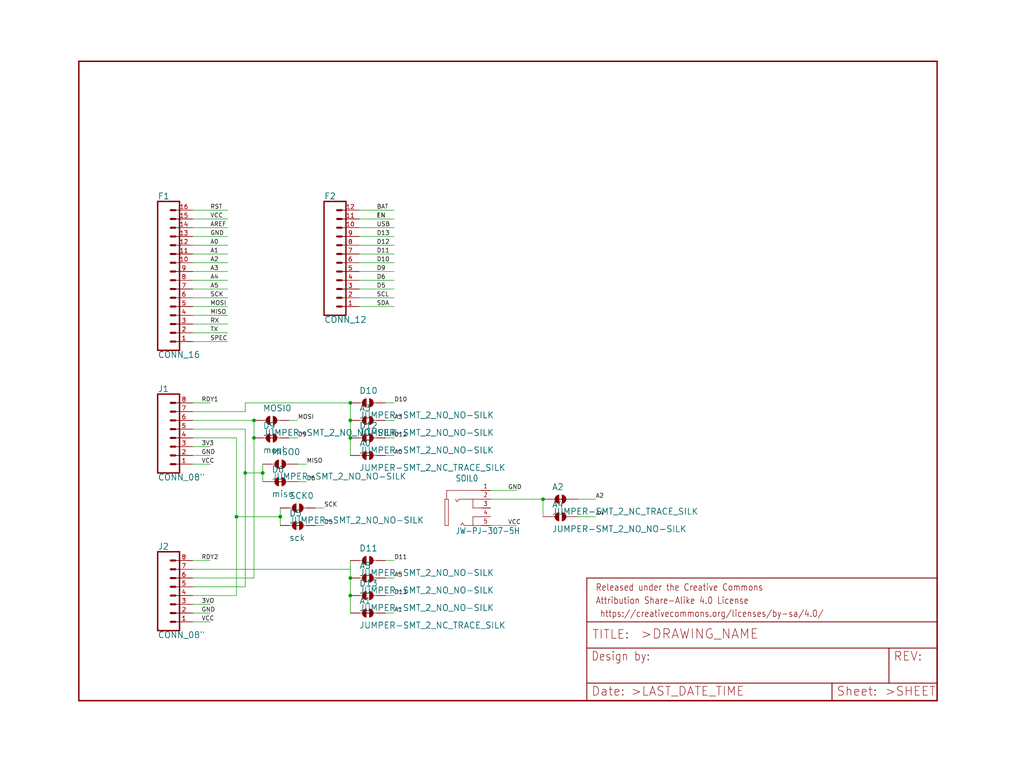
<source format=kicad_sch>
(kicad_sch (version 20220622) (generator eeschema)
  (paper "User" 297.002 223.926)
  (lib_symbols
    (symbol "MAX31865-eagle-import:CONN_08{dblquote}"
      (property "Reference" "J" (at -5.08 13.208 0))
      (property "Value" "CONN_08{dblquote}" (at -5.08 -12.446 0))
      (symbol "CONN_08{dblquote}_1_0"
        (polyline (pts (xy -5.08 12.7) (xy -5.08 -10.16)) (stroke (width 0.4064)))
        (polyline (pts (xy -5.08 12.7) (xy 1.27 12.7)) (stroke (width 0.4064)))
        (polyline (pts (xy -1.27 -7.62) (xy 0 -7.62)) (stroke (width 0.6096)))
        (polyline (pts (xy -1.27 -5.08) (xy 0 -5.08)) (stroke (width 0.6096)))
        (polyline (pts (xy -1.27 -2.54) (xy 0 -2.54)) (stroke (width 0.6096)))
        (polyline (pts (xy -1.27 0) (xy 0 0)) (stroke (width 0.6096)))
        (polyline (pts (xy -1.27 2.54) (xy 0 2.54)) (stroke (width 0.6096)))
        (polyline (pts (xy -1.27 5.08) (xy 0 5.08)) (stroke (width 0.6096)))
        (polyline (pts (xy -1.27 7.62) (xy 0 7.62)) (stroke (width 0.6096)))
        (polyline (pts (xy -1.27 10.16) (xy 0 10.16)) (stroke (width 0.6096)))
        (polyline (pts (xy 1.27 -10.16) (xy -5.08 -10.16)) (stroke (width 0.4064)))
        (polyline (pts (xy 1.27 -10.16) (xy 1.27 12.7)) (stroke (width 0.4064)))
        (pin passive line (at 5.08 -7.62 180) (length 5.08) (name "1") (number "1"))
        (pin passive line (at 5.08 -5.08 180) (length 5.08) (name "2") (number "2"))
        (pin passive line (at 5.08 -2.54 180) (length 5.08) (name "3") (number "3"))
        (pin passive line (at 5.08 0 180) (length 5.08) (name "4") (number "4"))
        (pin passive line (at 5.08 2.54 180) (length 5.08) (name "5") (number "5"))
        (pin passive line (at 5.08 5.08 180) (length 5.08) (name "6") (number "6"))
        (pin passive line (at 5.08 7.62 180) (length 5.08) (name "7") (number "7"))
        (pin passive line (at 5.08 10.16 180) (length 5.08) (name "8") (number "8"))
      )
    )
    (symbol "MAX31865-eagle-import:CONN_12"
      (property "Reference" "J" (at 0 15.748 0))
      (property "Value" "CONN_12" (at 0 -20.066 0))
      (symbol "CONN_12_1_0"
        (polyline (pts (xy 0 15.24) (xy 0 -17.78)) (stroke (width 0.4064)))
        (polyline (pts (xy 0 15.24) (xy 6.35 15.24)) (stroke (width 0.4064)))
        (polyline (pts (xy 3.81 -15.24) (xy 5.08 -15.24)) (stroke (width 0.6096)))
        (polyline (pts (xy 3.81 -12.7) (xy 5.08 -12.7)) (stroke (width 0.6096)))
        (polyline (pts (xy 3.81 -10.16) (xy 5.08 -10.16)) (stroke (width 0.6096)))
        (polyline (pts (xy 3.81 -7.62) (xy 5.08 -7.62)) (stroke (width 0.6096)))
        (polyline (pts (xy 3.81 -5.08) (xy 5.08 -5.08)) (stroke (width 0.6096)))
        (polyline (pts (xy 3.81 -2.54) (xy 5.08 -2.54)) (stroke (width 0.6096)))
        (polyline (pts (xy 3.81 0) (xy 5.08 0)) (stroke (width 0.6096)))
        (polyline (pts (xy 3.81 2.54) (xy 5.08 2.54)) (stroke (width 0.6096)))
        (polyline (pts (xy 3.81 5.08) (xy 5.08 5.08)) (stroke (width 0.6096)))
        (polyline (pts (xy 3.81 7.62) (xy 5.08 7.62)) (stroke (width 0.6096)))
        (polyline (pts (xy 3.81 10.16) (xy 5.08 10.16)) (stroke (width 0.6096)))
        (polyline (pts (xy 3.81 12.7) (xy 5.08 12.7)) (stroke (width 0.6096)))
        (polyline (pts (xy 6.35 -17.78) (xy 0 -17.78)) (stroke (width 0.4064)))
        (polyline (pts (xy 6.35 -17.78) (xy 6.35 15.24)) (stroke (width 0.4064)))
        (pin passive line (at 10.16 -15.24 180) (length 5.08) (name "1") (number "1"))
        (pin passive line (at 10.16 7.62 180) (length 5.08) (name "10") (number "10"))
        (pin passive line (at 10.16 10.16 180) (length 5.08) (name "11") (number "11"))
        (pin passive line (at 10.16 12.7 180) (length 5.08) (name "12") (number "12"))
        (pin passive line (at 10.16 -12.7 180) (length 5.08) (name "2") (number "2"))
        (pin passive line (at 10.16 -10.16 180) (length 5.08) (name "3") (number "3"))
        (pin passive line (at 10.16 -7.62 180) (length 5.08) (name "4") (number "4"))
        (pin passive line (at 10.16 -5.08 180) (length 5.08) (name "5") (number "5"))
        (pin passive line (at 10.16 -2.54 180) (length 5.08) (name "6") (number "6"))
        (pin passive line (at 10.16 0 180) (length 5.08) (name "7") (number "7"))
        (pin passive line (at 10.16 2.54 180) (length 5.08) (name "8") (number "8"))
        (pin passive line (at 10.16 5.08 180) (length 5.08) (name "9") (number "9"))
      )
    )
    (symbol "MAX31865-eagle-import:CONN_16"
      (property "Reference" "J" (at 0 20.828 0))
      (property "Value" "CONN_16" (at 0 -25.146 0))
      (symbol "CONN_16_1_0"
        (polyline (pts (xy 0 20.32) (xy 0 -22.86)) (stroke (width 0.4064)))
        (polyline (pts (xy 0 20.32) (xy 6.35 20.32)) (stroke (width 0.4064)))
        (polyline (pts (xy 3.81 -20.32) (xy 5.08 -20.32)) (stroke (width 0.6096)))
        (polyline (pts (xy 3.81 -17.78) (xy 5.08 -17.78)) (stroke (width 0.6096)))
        (polyline (pts (xy 3.81 -15.24) (xy 5.08 -15.24)) (stroke (width 0.6096)))
        (polyline (pts (xy 3.81 -12.7) (xy 5.08 -12.7)) (stroke (width 0.6096)))
        (polyline (pts (xy 3.81 -10.16) (xy 5.08 -10.16)) (stroke (width 0.6096)))
        (polyline (pts (xy 3.81 -7.62) (xy 5.08 -7.62)) (stroke (width 0.6096)))
        (polyline (pts (xy 3.81 -5.08) (xy 5.08 -5.08)) (stroke (width 0.6096)))
        (polyline (pts (xy 3.81 -2.54) (xy 5.08 -2.54)) (stroke (width 0.6096)))
        (polyline (pts (xy 3.81 0) (xy 5.08 0)) (stroke (width 0.6096)))
        (polyline (pts (xy 3.81 2.54) (xy 5.08 2.54)) (stroke (width 0.6096)))
        (polyline (pts (xy 3.81 5.08) (xy 5.08 5.08)) (stroke (width 0.6096)))
        (polyline (pts (xy 3.81 7.62) (xy 5.08 7.62)) (stroke (width 0.6096)))
        (polyline (pts (xy 3.81 10.16) (xy 5.08 10.16)) (stroke (width 0.6096)))
        (polyline (pts (xy 3.81 12.7) (xy 5.08 12.7)) (stroke (width 0.6096)))
        (polyline (pts (xy 3.81 15.24) (xy 5.08 15.24)) (stroke (width 0.6096)))
        (polyline (pts (xy 3.81 17.78) (xy 5.08 17.78)) (stroke (width 0.6096)))
        (polyline (pts (xy 6.35 -22.86) (xy 0 -22.86)) (stroke (width 0.4064)))
        (polyline (pts (xy 6.35 -22.86) (xy 6.35 20.32)) (stroke (width 0.4064)))
        (pin passive line (at 10.16 -20.32 180) (length 5.08) (name "1") (number "1"))
        (pin passive line (at 10.16 2.54 180) (length 5.08) (name "10") (number "10"))
        (pin passive line (at 10.16 5.08 180) (length 5.08) (name "11") (number "11"))
        (pin passive line (at 10.16 7.62 180) (length 5.08) (name "12") (number "12"))
        (pin passive line (at 10.16 10.16 180) (length 5.08) (name "13") (number "13"))
        (pin passive line (at 10.16 12.7 180) (length 5.08) (name "14") (number "14"))
        (pin passive line (at 10.16 15.24 180) (length 5.08) (name "15") (number "15"))
        (pin passive line (at 10.16 17.78 180) (length 5.08) (name "16") (number "16"))
        (pin passive line (at 10.16 -17.78 180) (length 5.08) (name "2") (number "2"))
        (pin passive line (at 10.16 -15.24 180) (length 5.08) (name "3") (number "3"))
        (pin passive line (at 10.16 -12.7 180) (length 5.08) (name "4") (number "4"))
        (pin passive line (at 10.16 -10.16 180) (length 5.08) (name "5") (number "5"))
        (pin passive line (at 10.16 -7.62 180) (length 5.08) (name "6") (number "6"))
        (pin passive line (at 10.16 -5.08 180) (length 5.08) (name "7") (number "7"))
        (pin passive line (at 10.16 -2.54 180) (length 5.08) (name "8") (number "8"))
        (pin passive line (at 10.16 0 180) (length 5.08) (name "9") (number "9"))
      )
    )
    (symbol "MAX31865-eagle-import:FRAME-LETTER"
      (symbol "FRAME-LETTER_1_0"
        (polyline (pts (xy 0 0) (xy 248.92 0)) (stroke (width 0.4064)))
        (polyline (pts (xy 0 185.42) (xy 0 0)) (stroke (width 0.4064)))
        (polyline (pts (xy 0 185.42) (xy 248.92 185.42)) (stroke (width 0.4064)))
        (polyline (pts (xy 248.92 185.42) (xy 248.92 0)) (stroke (width 0.4064)))
      )
      (symbol "FRAME-LETTER_2_0"
        (polyline (pts (xy 0 0) (xy 0 5.08)) (stroke (width 0.254)))
        (polyline (pts (xy 0 0) (xy 71.12 0)) (stroke (width 0.254)))
        (polyline (pts (xy 0 5.08) (xy 0 15.24)) (stroke (width 0.254)))
        (polyline (pts (xy 0 5.08) (xy 71.12 5.08)) (stroke (width 0.254)))
        (polyline (pts (xy 0 15.24) (xy 0 22.86)) (stroke (width 0.254)))
        (polyline (pts (xy 0 22.86) (xy 0 35.56)) (stroke (width 0.254)))
        (polyline (pts (xy 0 22.86) (xy 101.6 22.86)) (stroke (width 0.254)))
        (polyline (pts (xy 71.12 0) (xy 101.6 0)) (stroke (width 0.254)))
        (polyline (pts (xy 71.12 5.08) (xy 71.12 0)) (stroke (width 0.254)))
        (polyline (pts (xy 71.12 5.08) (xy 87.63 5.08)) (stroke (width 0.254)))
        (polyline (pts (xy 87.63 5.08) (xy 101.6 5.08)) (stroke (width 0.254)))
        (polyline (pts (xy 87.63 15.24) (xy 0 15.24)) (stroke (width 0.254)))
        (polyline (pts (xy 87.63 15.24) (xy 87.63 5.08)) (stroke (width 0.254)))
        (polyline (pts (xy 101.6 5.08) (xy 101.6 0)) (stroke (width 0.254)))
        (polyline (pts (xy 101.6 15.24) (xy 87.63 15.24)) (stroke (width 0.254)))
        (polyline (pts (xy 101.6 15.24) (xy 101.6 5.08)) (stroke (width 0.254)))
        (polyline (pts (xy 101.6 22.86) (xy 101.6 15.24)) (stroke (width 0.254)))
        (polyline (pts (xy 101.6 35.56) (xy 0 35.56)) (stroke (width 0.254)))
        (polyline (pts (xy 101.6 35.56) (xy 101.6 22.86)) (stroke (width 0.254)))
        (text " https://creativecommons.org/licenses/by-sa/4.0/" (at 2.54 24.13 0) (effects (font (size 1.9304 1.6408)) (justify left bottom)))
        (text ">DRAWING_NAME" (at 15.494 17.78 0) (effects (font (size 2.7432 2.7432)) (justify left bottom)))
        (text ">LAST_DATE_TIME" (at 12.7 1.27 0) (effects (font (size 2.54 2.54)) (justify left bottom)))
        (text ">SHEET" (at 86.36 1.27 0) (effects (font (size 2.54 2.54)) (justify left bottom)))
        (text "Attribution Share-Alike 4.0 License" (at 2.54 27.94 0) (effects (font (size 1.9304 1.6408)) (justify left bottom)))
        (text "Date:" (at 1.27 1.27 0) (effects (font (size 2.54 2.54)) (justify left bottom)))
        (text "Design by:" (at 1.27 11.43 0) (effects (font (size 2.54 2.159)) (justify left bottom)))
        (text "Released under the Creative Commons" (at 2.54 31.75 0) (effects (font (size 1.9304 1.6408)) (justify left bottom)))
        (text "REV:" (at 88.9 11.43 0) (effects (font (size 2.54 2.54)) (justify left bottom)))
        (text "Sheet:" (at 72.39 1.27 0) (effects (font (size 2.54 2.54)) (justify left bottom)))
        (text "TITLE:" (at 1.524 17.78 0) (effects (font (size 2.54 2.54)) (justify left bottom)))
      )
    )
    (symbol "MAX31865-eagle-import:JUMPER-SMT_2_NC_TRACE_SILK"
      (property "Reference" "JP" (at -2.54 2.54 0))
      (property "Value" "JUMPER-SMT_2_NC_TRACE_SILK" (at -2.54 -2.54 0))
      (symbol "JUMPER-SMT_2_NC_TRACE_SILK_1_0"
        (arc (start -0.381 1.2699) (mid -1.6508 0) (end -0.381 -1.2699) (stroke (width 0.0001)) (fill (type outline)))
        (polyline (pts (xy -2.54 0) (xy -1.651 0)) (stroke (width 0.1524)))
        (polyline (pts (xy -0.762 0) (xy 1.016 0)) (stroke (width 0.254)))
        (polyline (pts (xy 2.54 0) (xy 1.651 0)) (stroke (width 0.1524)))
        (arc (start 0.381 -1.2698) (mid 1.279 -0.898) (end 1.6509 0) (stroke (width 0.0001)) (fill (type outline)))
        (arc (start 1.651 0) (mid 1.2789 0.8979) (end 0.381 1.2699) (stroke (width 0.0001)) (fill (type outline)))
        (pin passive line (at -5.08 0 0) (length 2.54) (name "1") (number "1"))
        (pin passive line (at 5.08 0 180) (length 2.54) (name "2") (number "2"))
      )
    )
    (symbol "MAX31865-eagle-import:JUMPER-SMT_2_NO_NO-SILK"
      (property "Reference" "JP" (at -2.54 2.54 0))
      (property "Value" "JUMPER-SMT_2_NO_NO-SILK" (at -2.54 -2.54 0))
      (symbol "JUMPER-SMT_2_NO_NO-SILK_1_0"
        (arc (start -0.381 1.2699) (mid -1.6508 0) (end -0.381 -1.2699) (stroke (width 0.0001)) (fill (type outline)))
        (polyline (pts (xy -2.54 0) (xy -1.651 0)) (stroke (width 0.1524)))
        (polyline (pts (xy 2.54 0) (xy 1.651 0)) (stroke (width 0.1524)))
        (arc (start 0.381 -1.2699) (mid 1.6508 0) (end 0.381 1.2699) (stroke (width 0.0001)) (fill (type outline)))
        (pin passive line (at -5.08 0 0) (length 2.54) (name "1") (number "1"))
        (pin passive line (at 5.08 0 180) (length 2.54) (name "2") (number "2"))
      )
    )
    (symbol "MAX31865-eagle-import:JW-PJ-307-5H"
      (property "Reference" "J" (at -2.54 7.62 0))
      (property "Value" "JW-PJ-307-5H" (at -2.54 -7.62 0))
      (symbol "JW-PJ-307-5H_1_0"
        (polyline (pts (xy -5.588 -5.08) (xy -4.572 -5.08)) (stroke (width 0.1524)))
        (polyline (pts (xy -5.588 2.54) (xy -5.588 -5.08)) (stroke (width 0.1524)))
        (polyline (pts (xy -5.08 2.54) (xy -5.588 2.54)) (stroke (width 0.1524)))
        (polyline (pts (xy -5.08 5.08) (xy -5.08 2.54)) (stroke (width 0.1524)))
        (polyline (pts (xy -4.572 -5.08) (xy -4.572 2.54)) (stroke (width 0.1524)))
        (polyline (pts (xy -4.572 2.54) (xy -5.08 2.54)) (stroke (width 0.1524)))
        (polyline (pts (xy -2.032 1.778) (xy -2.54 2.54)) (stroke (width 0.1524)))
        (polyline (pts (xy -1.524 2.54) (xy -2.032 1.778)) (stroke (width 0.1524)))
        (polyline (pts (xy -0.508 -4.318) (xy -1.016 -5.08)) (stroke (width 0.1524)))
        (polyline (pts (xy 0 -5.08) (xy -0.508 -4.318)) (stroke (width 0.1524)))
        (polyline (pts (xy 2.54 -5.08) (xy 0 -5.08)) (stroke (width 0.1524)))
        (polyline (pts (xy 2.54 -2.54) (xy 2.54 -5.08)) (stroke (width 0.1524)))
        (polyline (pts (xy 2.54 0) (xy 2.54 2.54)) (stroke (width 0.1524)))
        (polyline (pts (xy 5.08 -5.08) (xy 2.54 -5.08)) (stroke (width 0.1524)))
        (polyline (pts (xy 5.08 -2.54) (xy 2.54 -2.54)) (stroke (width 0.1524)))
        (polyline (pts (xy 5.08 0) (xy 2.54 0)) (stroke (width 0.1524)))
        (polyline (pts (xy 5.08 2.54) (xy -1.524 2.54)) (stroke (width 0.1524)))
        (polyline (pts (xy 5.08 5.08) (xy -5.08 5.08)) (stroke (width 0.1524)))
        (text "1" (at 5.588 5.588 0) (effects (font (size 1.27 1.0795)) (justify left bottom)))
        (text "2" (at 5.588 3.048 0) (effects (font (size 1.27 1.0795)) (justify left bottom)))
        (text "3" (at 5.588 0.508 0) (effects (font (size 1.27 1.0795)) (justify left bottom)))
        (text "4" (at 5.588 -2.032 0) (effects (font (size 1.27 1.0795)) (justify left bottom)))
        (text "5" (at 5.588 -4.572 0) (effects (font (size 1.27 1.0795)) (justify left bottom)))
        (pin passive line (at 7.62 5.08 180) (length 2.54) (name "1") (number "1"))
        (pin passive line (at 7.62 2.54 180) (length 2.54) (name "2") (number "2"))
        (pin passive line (at 7.62 0 180) (length 2.54) (name "3") (number "3"))
        (pin passive line (at 7.62 -2.54 180) (length 2.54) (name "4") (number "4"))
        (pin passive line (at 7.62 -5.08 180) (length 2.54) (name "5") (number "5"))
      )
    )
  )
  (junction (at 101.6 172.72))
  (junction (at 73.66 121.92))
  (junction (at 71.12 137.16))
  (junction (at 101.6 167.64))
  (junction (at 73.66 127))
  (junction (at 101.6 127))
  (junction (at 101.6 116.84))
  (junction (at 157.48 144.78))
  (junction (at 68.58 149.86))
  (junction (at 101.6 121.92))
  (junction (at 76.2 137.16))
  (junction (at 81.28 149.86))
  (wire (pts (xy 104.14 63.5) (xy 114.3 63.5)))
  (wire (pts (xy 167.64 144.78) (xy 172.72 144.78)))
  (wire (pts (xy 71.12 137.16) (xy 71.12 170.18)))
  (wire (pts (xy 71.12 116.84) (xy 71.12 119.38)))
  (wire (pts (xy 55.88 177.8) (xy 60.96 177.8)))
  (wire (pts (xy 101.6 116.84) (xy 101.6 121.92)))
  (wire (pts (xy 55.88 180.34) (xy 60.96 180.34)))
  (wire (pts (xy 68.58 149.86) (xy 81.28 149.86)))
  (wire (pts (xy 111.76 132.08) (xy 114.3 132.08)))
  (wire (pts (xy 55.88 76.2) (xy 66.04 76.2)))
  (wire (pts (xy 76.2 137.16) (xy 71.12 137.16)))
  (wire (pts (xy 68.58 149.86) (xy 68.58 127)))
  (wire (pts (xy 55.88 91.44) (xy 66.04 91.44)))
  (wire (pts (xy 111.76 121.92) (xy 114.3 121.92)))
  (wire (pts (xy 104.14 81.28) (xy 114.3 81.28)))
  (wire (pts (xy 101.6 167.64) (xy 101.6 172.72)))
  (wire (pts (xy 111.76 172.72) (xy 114.3 172.72)))
  (wire (pts (xy 55.88 88.9) (xy 66.04 88.9)))
  (wire (pts (xy 55.88 71.12) (xy 66.04 71.12)))
  (wire (pts (xy 73.66 127) (xy 73.66 167.64)))
  (wire (pts (xy 104.14 60.96) (xy 114.3 60.96)))
  (wire (pts (xy 55.88 162.56) (xy 60.96 162.56)))
  (wire (pts (xy 68.58 172.72) (xy 68.58 149.86)))
  (wire (pts (xy 55.88 63.5) (xy 66.04 63.5)))
  (wire (pts (xy 55.88 99.06) (xy 66.04 99.06)))
  (wire (pts (xy 76.2 134.62) (xy 76.2 137.16)))
  (wire (pts (xy 111.76 177.8) (xy 114.3 177.8)))
  (wire (pts (xy 55.88 121.92) (xy 73.66 121.92)))
  (wire (pts (xy 55.88 132.08) (xy 60.96 132.08)))
  (wire (pts (xy 104.14 86.36) (xy 114.3 86.36)))
  (wire (pts (xy 55.88 134.62) (xy 60.96 134.62)))
  (wire (pts (xy 73.66 121.92) (xy 73.66 127)))
  (wire (pts (xy 157.48 144.78) (xy 157.48 149.86)))
  (wire (pts (xy 111.76 162.56) (xy 114.3 162.56)))
  (wire (pts (xy 142.24 142.24) (xy 149.86 142.24)))
  (wire (pts (xy 55.88 116.84) (xy 60.96 116.84)))
  (wire (pts (xy 101.6 116.84) (xy 71.12 116.84)))
  (wire (pts (xy 55.88 78.74) (xy 66.04 78.74)))
  (wire (pts (xy 111.76 167.64) (xy 114.3 167.64)))
  (wire (pts (xy 55.88 124.46) (xy 71.12 124.46)))
  (wire (pts (xy 142.24 144.78) (xy 157.48 144.78)))
  (wire (pts (xy 101.6 127) (xy 101.6 132.08)))
  (wire (pts (xy 104.14 78.74) (xy 114.3 78.74)))
  (wire (pts (xy 55.88 60.96) (xy 66.04 60.96)))
  (wire (pts (xy 111.76 127) (xy 114.3 127)))
  (wire (pts (xy 55.88 93.98) (xy 66.04 93.98)))
  (wire (pts (xy 55.88 68.58) (xy 66.04 68.58)))
  (wire (pts (xy 101.6 121.92) (xy 101.6 127)))
  (wire (pts (xy 83.82 121.92) (xy 86.36 121.92)))
  (wire (pts (xy 104.14 76.2) (xy 114.3 76.2)))
  (wire (pts (xy 86.36 134.62) (xy 88.9 134.62)))
  (wire (pts (xy 55.88 83.82) (xy 66.04 83.82)))
  (wire (pts (xy 101.6 162.56) (xy 101.6 167.64)))
  (wire (pts (xy 101.6 165.1) (xy 55.88 165.1)))
  (wire (pts (xy 91.44 152.4) (xy 93.98 152.4)))
  (wire (pts (xy 71.12 119.38) (xy 55.88 119.38)))
  (wire (pts (xy 55.88 129.54) (xy 60.96 129.54)))
  (wire (pts (xy 71.12 170.18) (xy 55.88 170.18)))
  (wire (pts (xy 104.14 66.04) (xy 114.3 66.04)))
  (wire (pts (xy 86.36 139.7) (xy 88.9 139.7)))
  (wire (pts (xy 101.6 172.72) (xy 101.6 177.8)))
  (wire (pts (xy 104.14 68.58) (xy 114.3 68.58)))
  (wire (pts (xy 73.66 167.64) (xy 55.88 167.64)))
  (wire (pts (xy 76.2 137.16) (xy 76.2 139.7)))
  (wire (pts (xy 55.88 172.72) (xy 68.58 172.72)))
  (wire (pts (xy 71.12 124.46) (xy 71.12 137.16)))
  (wire (pts (xy 167.64 149.86) (xy 172.72 149.86)))
  (wire (pts (xy 68.58 127) (xy 55.88 127)))
  (wire (pts (xy 104.14 88.9) (xy 114.3 88.9)))
  (wire (pts (xy 55.88 175.26) (xy 60.96 175.26)))
  (wire (pts (xy 55.88 86.36) (xy 66.04 86.36)))
  (wire (pts (xy 91.44 147.32) (xy 93.98 147.32)))
  (wire (pts (xy 83.82 127) (xy 86.36 127)))
  (wire (pts (xy 81.28 152.4) (xy 81.28 149.86)))
  (wire (pts (xy 81.28 149.86) (xy 81.28 147.32)))
  (wire (pts (xy 111.76 116.84) (xy 114.3 116.84)))
  (wire (pts (xy 55.88 81.28) (xy 66.04 81.28)))
  (wire (pts (xy 104.14 73.66) (xy 114.3 73.66)))
  (wire (pts (xy 55.88 73.66) (xy 66.04 73.66)))
  (wire (pts (xy 55.88 96.52) (xy 66.04 96.52)))
  (wire (pts (xy 142.24 152.4) (xy 149.86 152.4)))
  (wire (pts (xy 104.14 83.82) (xy 114.3 83.82)))
  (wire (pts (xy 55.88 66.04) (xy 66.04 66.04)))
  (wire (pts (xy 104.14 71.12) (xy 114.3 71.12)))
  (label "D10" (at 109.22 76.2 0) (effects (font (size 1.2446 1.2446))))
  (label "SDA" (at 109.22 88.9 0) (effects (font (size 1.2446 1.2446))))
  (label "RX" (at 60.96 93.98 0) (effects (font (size 1.2446 1.2446))))
  (label "A5" (at 60.96 83.82 0) (effects (font (size 1.2446 1.2446))))
  (label "GND" (at 147.32 142.24 0) (effects (font (size 1.2446 1.2446))))
  (label "A0" (at 60.96 71.12 0) (effects (font (size 1.2446 1.2446))))
  (label "D10" (at 114.3 116.84 0) (effects (font (size 1.2446 1.2446))))
  (label "MISO" (at 88.9 134.62 0) (effects (font (size 1.2446 1.2446))))
  (label "D6" (at 88.9 139.7 0) (effects (font (size 1.2446 1.2446))))
  (label "MISO" (at 60.96 91.44 0) (effects (font (size 1.2446 1.2446))))
  (label "D9" (at 109.22 78.74 0) (effects (font (size 1.2446 1.2446))))
  (label "TX" (at 60.96 96.52 0) (effects (font (size 1.2446 1.2446))))
  (label "A4" (at 60.96 81.28 0) (effects (font (size 1.2446 1.2446))))
  (label "D5" (at 93.98 152.4 0) (effects (font (size 1.2446 1.2446))))
  (label "USB" (at 109.22 66.04 0) (effects (font (size 1.2446 1.2446))))
  (label "EN" (at 109.22 63.5 0) (effects (font (size 1.2446 1.2446))))
  (label "D13" (at 109.22 68.58 0) (effects (font (size 1.2446 1.2446))))
  (label "D12" (at 109.22 71.12 0) (effects (font (size 1.2446 1.2446))))
  (label "BAT" (at 109.22 60.96 0) (effects (font (size 1.2446 1.2446))))
  (label "RDY2" (at 58.42 162.56 0) (effects (font (size 1.2446 1.2446))))
  (label "D6" (at 109.22 81.28 0) (effects (font (size 1.2446 1.2446))))
  (label "RST" (at 60.96 60.96 0) (effects (font (size 1.2446 1.2446))))
  (label "VCC" (at 58.42 134.62 0) (effects (font (size 1.2446 1.2446))))
  (label "D9" (at 86.36 127 0) (effects (font (size 1.2446 1.2446))))
  (label "SCK" (at 60.96 86.36 0) (effects (font (size 1.2446 1.2446))))
  (label "MOSI" (at 60.96 88.9 0) (effects (font (size 1.2446 1.2446))))
  (label "A1" (at 114.3 177.8 0) (effects (font (size 1.2446 1.2446))))
  (label "A2" (at 172.72 144.78 0) (effects (font (size 1.2446 1.2446))))
  (label "D11" (at 114.3 162.56 0) (effects (font (size 1.2446 1.2446))))
  (label "SCL" (at 109.22 86.36 0) (effects (font (size 1.2446 1.2446))))
  (label "VCC" (at 60.96 63.5 0) (effects (font (size 1.2446 1.2446))))
  (label "A3" (at 60.96 78.74 0) (effects (font (size 1.2446 1.2446))))
  (label "A4" (at 172.72 149.86 0) (effects (font (size 1.2446 1.2446))))
  (label "A0" (at 114.3 132.08 0) (effects (font (size 1.2446 1.2446))))
  (label "SPEC" (at 60.96 99.06 0) (effects (font (size 1.2446 1.2446))))
  (label "A2" (at 60.96 76.2 0) (effects (font (size 1.2446 1.2446))))
  (label "A3" (at 114.3 121.92 0) (effects (font (size 1.2446 1.2446))))
  (label "VCC" (at 58.42 180.34 0) (effects (font (size 1.2446 1.2446))))
  (label "A5" (at 114.3 167.64 0) (effects (font (size 1.2446 1.2446))))
  (label "SCK" (at 93.98 147.32 0) (effects (font (size 1.2446 1.2446))))
  (label "D11" (at 109.22 73.66 0) (effects (font (size 1.2446 1.2446))))
  (label "RDY1" (at 58.42 116.84 0) (effects (font (size 1.2446 1.2446))))
  (label "GND" (at 58.42 177.8 0) (effects (font (size 1.2446 1.2446))))
  (label "3VO" (at 58.42 175.26 0) (effects (font (size 1.2446 1.2446))))
  (label "AREF" (at 60.96 66.04 0) (effects (font (size 1.2446 1.2446))))
  (label "MOSI" (at 86.36 121.92 0) (effects (font (size 1.2446 1.2446))))
  (label "VCC" (at 147.32 152.4 0) (effects (font (size 1.2446 1.2446))))
  (label "D5" (at 109.22 83.82 0) (effects (font (size 1.2446 1.2446))))
  (label "EN" (at 109.22 63.5 0) (effects (font (size 1.2446 1.2446))))
  (label "D12" (at 114.3 127 0) (effects (font (size 1.2446 1.2446))))
  (label "GND" (at 60.96 68.58 0) (effects (font (size 1.2446 1.2446))))
  (label "A1" (at 60.96 73.66 0) (effects (font (size 1.2446 1.2446))))
  (label "GND" (at 58.42 132.08 0) (effects (font (size 1.2446 1.2446))))
  (label "3V3" (at 58.42 129.54 0) (effects (font (size 1.2446 1.2446))))
  (label "D13" (at 114.3 172.72 0) (effects (font (size 1.2446 1.2446))))
  (symbol (lib_id "MAX31865-eagle-import:JUMPER-SMT_2_NC_TRACE_SILK") (at 162.56 144.78 0) (unit 1)
    (default_instance (reference "U") (unit 1) (value "") (footprint ""))
    (property "Reference" "A2" (at 160.02 142.24 0) (effects (font (size 1.778 1.778)) (justify left bottom)))
    (property "Value" "JUMPER-SMT_2_NC_TRACE_SILK" (at 160.02 147.32 0) (effects (font (size 1.778 1.778)) (justify left top)))
    (property "Footprint" "MAX31865:SMT-JUMPER_2_NC_TRACE_SILK" (effects hide))
  )
  (symbol (lib_id "MAX31865-eagle-import:JUMPER-SMT_2_NO_NO-SILK") (at 162.56 149.86 0) (unit 1)
    (default_instance (reference "U") (unit 1) (value "") (footprint ""))
    (property "Reference" "A4" (at 160.02 147.32 0) (effects (font (size 1.778 1.778)) (justify left bottom)))
    (property "Value" "JUMPER-SMT_2_NO_NO-SILK" (at 160.02 152.4 0) (effects (font (size 1.778 1.778)) (justify left top)))
    (property "Footprint" "MAX31865:SMT-JUMPER_2_NO_NO-SILK" (effects hide))
  )
  (symbol (lib_id "MAX31865-eagle-import:CONN_16") (at 45.72 78.74 0) (unit 1)
    (default_instance (reference "U") (unit 1) (value "") (footprint ""))
    (property "Reference" "F1" (at 45.72 57.912 0) (effects (font (size 1.778 1.778)) (justify left bottom)))
    (property "Value" "CONN_16" (at 45.72 103.886 0) (effects (font (size 1.778 1.778)) (justify left bottom)))
    (property "Footprint" "MAX31865:1X16" (effects hide))
  )
  (symbol (lib_id "MAX31865-eagle-import:CONN_08{dblquote}") (at 50.8 127 0) (unit 1)
    (default_instance (reference "U") (unit 1) (value "") (footprint ""))
    (property "Reference" "J1" (at 45.72 113.792 0) (effects (font (size 1.778 1.778)) (justify left bottom)))
    (property "Value" "CONN_08{dblquote}" (at 45.72 139.446 0) (effects (font (size 1.778 1.778)) (justify left bottom)))
    (property "Footprint" "MAX31865:1X08" (effects hide))
  )
  (symbol (lib_id "MAX31865-eagle-import:JUMPER-SMT_2_NO_NO-SILK") (at 81.28 134.62 0) (unit 1)
    (default_instance (reference "U") (unit 1) (value "") (footprint ""))
    (property "Reference" "MISO0" (at 78.74 132.08 0) (effects (font (size 1.778 1.778)) (justify left bottom)))
    (property "Value" "JUMPER-SMT_2_NO_NO-SILK" (at 78.74 137.16 0) (effects (font (size 1.778 1.778)) (justify left top)))
    (property "Footprint" "MAX31865:SMT-JUMPER_2_NO_NO-SILK" (effects hide))
  )
  (symbol (lib_id "MAX31865-eagle-import:JUMPER-SMT_2_NO_NO-SILK") (at 106.68 167.64 0) (unit 1)
    (default_instance (reference "U") (unit 1) (value "") (footprint ""))
    (property "Reference" "A5" (at 104.14 165.1 0) (effects (font (size 1.778 1.778)) (justify left bottom)))
    (property "Value" "JUMPER-SMT_2_NO_NO-SILK" (at 104.14 170.18 0) (effects (font (size 1.778 1.778)) (justify left top)))
    (property "Footprint" "MAX31865:SMT-JUMPER_2_NO_NO-SILK" (effects hide))
  )
  (symbol (lib_id "MAX31865-eagle-import:JUMPER-SMT_2_NO_NO-SILK") (at 106.68 121.92 0) (unit 1)
    (default_instance (reference "U") (unit 1) (value "") (footprint ""))
    (property "Reference" "A3" (at 104.14 119.38 0) (effects (font (size 1.778 1.778)) (justify left bottom)))
    (property "Value" "JUMPER-SMT_2_NO_NO-SILK" (at 104.14 124.46 0) (effects (font (size 1.778 1.778)) (justify left top)))
    (property "Footprint" "MAX31865:SMT-JUMPER_2_NO_NO-SILK" (effects hide))
  )
  (symbol (lib_id "MAX31865-eagle-import:JUMPER-SMT_2_NC_TRACE_SILK") (at 86.36 152.4 0) (unit 1)
    (default_instance (reference "U") (unit 1) (value "") (footprint ""))
    (property "Reference" "D5" (at 83.82 149.86 0) (effects (font (size 1.778 1.778)) (justify left bottom)))
    (property "Value" "sck" (at 83.82 154.94 0) (effects (font (size 1.778 1.778)) (justify left top)))
    (property "Footprint" "MAX31865:SMT-JUMPER_2_NC_TRACE_SILK" (effects hide))
  )
  (symbol (lib_id "MAX31865-eagle-import:JUMPER-SMT_2_NO_NO-SILK") (at 106.68 116.84 0) (unit 1)
    (default_instance (reference "U") (unit 1) (value "") (footprint ""))
    (property "Reference" "D10" (at 104.14 114.3 0) (effects (font (size 1.778 1.778)) (justify left bottom)))
    (property "Value" "JUMPER-SMT_2_NO_NO-SILK" (at 104.14 119.38 0) (effects (font (size 1.778 1.778)) (justify left top)))
    (property "Footprint" "MAX31865:SMT-JUMPER_2_NO_NO-SILK" (effects hide))
  )
  (symbol (lib_id "MAX31865-eagle-import:JUMPER-SMT_2_NO_NO-SILK") (at 106.68 172.72 0) (unit 1)
    (default_instance (reference "U") (unit 1) (value "") (footprint ""))
    (property "Reference" "D13" (at 104.14 170.18 0) (effects (font (size 1.778 1.778)) (justify left bottom)))
    (property "Value" "JUMPER-SMT_2_NO_NO-SILK" (at 104.14 175.26 0) (effects (font (size 1.778 1.778)) (justify left top)))
    (property "Footprint" "MAX31865:SMT-JUMPER_2_NO_NO-SILK" (effects hide))
  )
  (symbol (lib_id "MAX31865-eagle-import:JUMPER-SMT_2_NC_TRACE_SILK") (at 106.68 132.08 0) (unit 1)
    (default_instance (reference "U") (unit 1) (value "") (footprint ""))
    (property "Reference" "A0" (at 104.14 129.54 0) (effects (font (size 1.778 1.778)) (justify left bottom)))
    (property "Value" "JUMPER-SMT_2_NC_TRACE_SILK" (at 104.14 134.62 0) (effects (font (size 1.778 1.778)) (justify left top)))
    (property "Footprint" "MAX31865:SMT-JUMPER_2_NC_TRACE_SILK" (effects hide))
  )
  (symbol (lib_id "MAX31865-eagle-import:JUMPER-SMT_2_NO_NO-SILK") (at 106.68 162.56 0) (unit 1)
    (default_instance (reference "U") (unit 1) (value "") (footprint ""))
    (property "Reference" "D11" (at 104.14 160.02 0) (effects (font (size 1.778 1.778)) (justify left bottom)))
    (property "Value" "JUMPER-SMT_2_NO_NO-SILK" (at 104.14 165.1 0) (effects (font (size 1.778 1.778)) (justify left top)))
    (property "Footprint" "MAX31865:SMT-JUMPER_2_NO_NO-SILK" (effects hide))
  )
  (symbol (lib_id "MAX31865-eagle-import:CONN_08{dblquote}") (at 50.8 172.72 0) (unit 1)
    (default_instance (reference "U") (unit 1) (value "") (footprint ""))
    (property "Reference" "J2" (at 45.72 159.512 0) (effects (font (size 1.778 1.778)) (justify left bottom)))
    (property "Value" "CONN_08{dblquote}" (at 45.72 185.166 0) (effects (font (size 1.778 1.778)) (justify left bottom)))
    (property "Footprint" "MAX31865:1X08" (effects hide))
  )
  (symbol (lib_id "MAX31865-eagle-import:JW-PJ-307-5H") (at 134.62 147.32 0) (unit 1)
    (default_instance (reference "U") (unit 1) (value "") (footprint ""))
    (property "Reference" "SOIL0" (at 132.08 139.7 0) (effects (font (size 1.778 1.5113)) (justify left bottom)))
    (property "Value" "JW-PJ-307-5H" (at 132.08 154.94 0) (effects (font (size 1.778 1.5113)) (justify left bottom)))
    (property "Footprint" "MAX31865:JW-PJ-307-5H" (effects hide))
  )
  (symbol (lib_id "MAX31865-eagle-import:JUMPER-SMT_2_NO_NO-SILK") (at 78.74 121.92 0) (unit 1)
    (default_instance (reference "U") (unit 1) (value "") (footprint ""))
    (property "Reference" "MOSI0" (at 76.2 119.38 0) (effects (font (size 1.778 1.778)) (justify left bottom)))
    (property "Value" "JUMPER-SMT_2_NO_NO-SILK" (at 76.2 124.46 0) (effects (font (size 1.778 1.778)) (justify left top)))
    (property "Footprint" "MAX31865:SMT-JUMPER_2_NO_NO-SILK" (effects hide))
  )
  (symbol (lib_id "MAX31865-eagle-import:JUMPER-SMT_2_NO_NO-SILK") (at 106.68 127 0) (unit 1)
    (default_instance (reference "U") (unit 1) (value "") (footprint ""))
    (property "Reference" "D12" (at 104.14 124.46 0) (effects (font (size 1.778 1.778)) (justify left bottom)))
    (property "Value" "JUMPER-SMT_2_NO_NO-SILK" (at 104.14 129.54 0) (effects (font (size 1.778 1.778)) (justify left top)))
    (property "Footprint" "MAX31865:SMT-JUMPER_2_NO_NO-SILK" (effects hide))
  )
  (symbol (lib_id "MAX31865-eagle-import:JUMPER-SMT_2_NO_NO-SILK") (at 86.36 147.32 0) (unit 1)
    (default_instance (reference "U") (unit 1) (value "") (footprint ""))
    (property "Reference" "SCK0" (at 83.82 144.78 0) (effects (font (size 1.778 1.778)) (justify left bottom)))
    (property "Value" "JUMPER-SMT_2_NO_NO-SILK" (at 83.82 149.86 0) (effects (font (size 1.778 1.778)) (justify left top)))
    (property "Footprint" "MAX31865:SMT-JUMPER_2_NO_NO-SILK" (effects hide))
  )
  (symbol (lib_id "MAX31865-eagle-import:JUMPER-SMT_2_NC_TRACE_SILK") (at 78.74 127 0) (unit 1)
    (default_instance (reference "U") (unit 1) (value "") (footprint ""))
    (property "Reference" "D9" (at 76.2 124.46 0) (effects (font (size 1.778 1.778)) (justify left bottom)))
    (property "Value" "mosi" (at 76.2 129.54 0) (effects (font (size 1.778 1.778)) (justify left top)))
    (property "Footprint" "MAX31865:SMT-JUMPER_2_NC_TRACE_SILK" (effects hide))
  )
  (symbol (lib_id "MAX31865-eagle-import:CONN_12") (at 93.98 73.66 0) (unit 1)
    (default_instance (reference "U") (unit 1) (value "") (footprint ""))
    (property "Reference" "F2" (at 93.98 57.912 0) (effects (font (size 1.778 1.778)) (justify left bottom)))
    (property "Value" "CONN_12" (at 93.98 93.726 0) (effects (font (size 1.778 1.778)) (justify left bottom)))
    (property "Footprint" "MAX31865:1X12" (effects hide))
  )
  (symbol (lib_id "MAX31865-eagle-import:FRAME-LETTER") (at 170.18 203.2 0) (unit 2)
    (default_instance (reference "U") (unit 1) (value "") (footprint ""))
    (property "Reference" "FRAME1" (effects hide))
    (property "Value" "FRAME-LETTER" (effects hide))
    (property "Footprint" "MAX31865:CREATIVE_COMMONS" (effects hide))
  )
  (symbol (lib_id "MAX31865-eagle-import:FRAME-LETTER") (at 22.86 203.2 0) (unit 1)
    (default_instance (reference "U") (unit 1) (value "") (footprint ""))
    (property "Reference" "FRAME1" (effects hide))
    (property "Value" "FRAME-LETTER" (effects hide))
    (property "Footprint" "MAX31865:CREATIVE_COMMONS" (effects hide))
  )
  (symbol (lib_id "MAX31865-eagle-import:JUMPER-SMT_2_NC_TRACE_SILK") (at 81.28 139.7 0) (unit 1)
    (default_instance (reference "U") (unit 1) (value "") (footprint ""))
    (property "Reference" "D6" (at 78.74 137.16 0) (effects (font (size 1.778 1.778)) (justify left bottom)))
    (property "Value" "miso" (at 78.74 142.24 0) (effects (font (size 1.778 1.778)) (justify left top)))
    (property "Footprint" "MAX31865:SMT-JUMPER_2_NC_TRACE_SILK" (effects hide))
  )
  (symbol (lib_id "MAX31865-eagle-import:JUMPER-SMT_2_NC_TRACE_SILK") (at 106.68 177.8 0) (unit 1)
    (default_instance (reference "U") (unit 1) (value "") (footprint ""))
    (property "Reference" "A1" (at 104.14 175.26 0) (effects (font (size 1.778 1.778)) (justify left bottom)))
    (property "Value" "JUMPER-SMT_2_NC_TRACE_SILK" (at 104.14 180.34 0) (effects (font (size 1.778 1.778)) (justify left top)))
    (property "Footprint" "MAX31865:SMT-JUMPER_2_NC_TRACE_SILK" (effects hide))
  )
)
</source>
